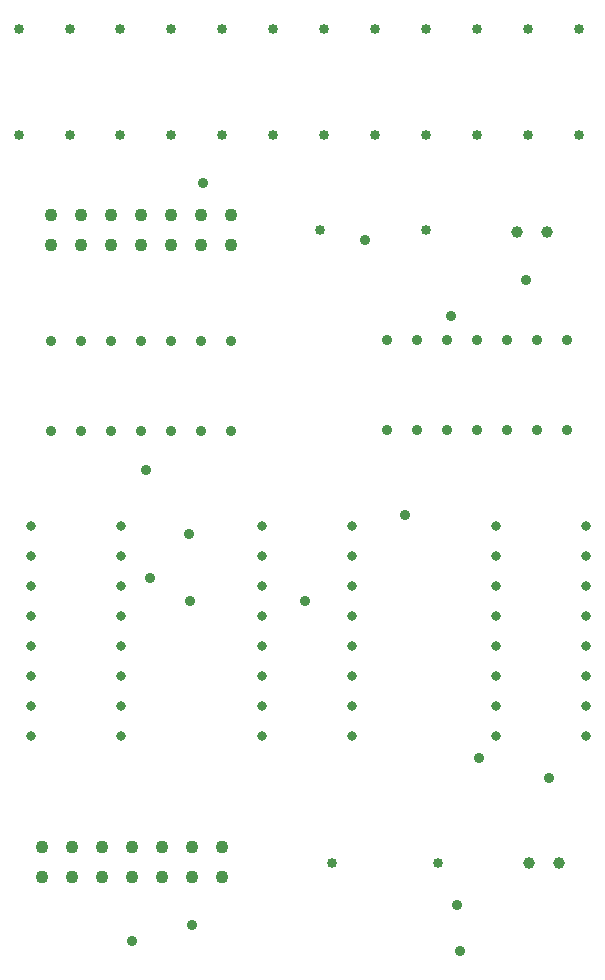
<source format=gbr>
%TF.GenerationSoftware,Altium Limited,Altium Designer,22.9.1 (49)*%
G04 Layer_Color=0*
%FSLAX26Y26*%
%MOIN*%
%TF.SameCoordinates,9A4C5482-B669-49D6-A5E7-2A43E7F29E9E*%
%TF.FilePolarity,Positive*%
%TF.FileFunction,Plated,1,2,PTH,Drill*%
%TF.Part,Single*%
G01*
G75*
%TA.AperFunction,ComponentDrill*%
%ADD43C,0.033465*%
%ADD44C,0.031496*%
%ADD45C,0.035433*%
%ADD46C,0.039370*%
%ADD47C,0.033465*%
%ADD48C,0.043307*%
%TA.AperFunction,ViaDrill,NotFilled*%
%ADD49C,0.035000*%
D43*
X3075000Y4342834D02*
D03*
Y4697166D02*
D03*
X2905000Y4342834D02*
D03*
Y4697166D02*
D03*
X2735000Y4342834D02*
D03*
Y4697166D02*
D03*
X2565000Y4342834D02*
D03*
Y4697166D02*
D03*
X2395000Y4342834D02*
D03*
Y4697166D02*
D03*
X2225000Y4342834D02*
D03*
Y4697166D02*
D03*
X2055000Y4342834D02*
D03*
Y4697166D02*
D03*
X1885000Y4342834D02*
D03*
Y4697166D02*
D03*
X1715000Y4342834D02*
D03*
Y4697166D02*
D03*
X1546592Y4342834D02*
D03*
Y4697166D02*
D03*
X1380740Y4342834D02*
D03*
Y4697166D02*
D03*
X1210808Y4342834D02*
D03*
Y4697166D02*
D03*
D44*
X1550000Y2340000D02*
D03*
Y2440000D02*
D03*
Y2540000D02*
D03*
Y2640000D02*
D03*
Y2740000D02*
D03*
Y2840000D02*
D03*
Y2940000D02*
D03*
Y3040000D02*
D03*
X1250000Y2340000D02*
D03*
Y2440000D02*
D03*
Y2540000D02*
D03*
Y2640000D02*
D03*
Y2740000D02*
D03*
Y2840000D02*
D03*
Y2940000D02*
D03*
Y3040000D02*
D03*
X2318202Y2340000D02*
D03*
Y2440000D02*
D03*
Y2540000D02*
D03*
Y2640000D02*
D03*
Y2740000D02*
D03*
Y2840000D02*
D03*
Y2940000D02*
D03*
Y3040000D02*
D03*
X2018202Y2340000D02*
D03*
Y2440000D02*
D03*
Y2540000D02*
D03*
Y2640000D02*
D03*
Y2740000D02*
D03*
Y2840000D02*
D03*
Y2940000D02*
D03*
Y3040000D02*
D03*
X3098662Y2340000D02*
D03*
Y2440000D02*
D03*
Y2540000D02*
D03*
Y2640000D02*
D03*
Y2740000D02*
D03*
Y2840000D02*
D03*
Y2940000D02*
D03*
Y3040000D02*
D03*
X2798662Y2340000D02*
D03*
Y2440000D02*
D03*
Y2540000D02*
D03*
Y2640000D02*
D03*
Y2740000D02*
D03*
Y2840000D02*
D03*
Y2940000D02*
D03*
Y3040000D02*
D03*
D45*
X2435000Y3360000D02*
D03*
X2535000D02*
D03*
X2635000D02*
D03*
X2735000D02*
D03*
X2835000D02*
D03*
X2935000D02*
D03*
X3035000D02*
D03*
X2435000Y3660000D02*
D03*
X2535000D02*
D03*
X2635000D02*
D03*
X2735000D02*
D03*
X2835000D02*
D03*
X2935000D02*
D03*
X3035000D02*
D03*
X1315000Y3355000D02*
D03*
X1415000D02*
D03*
X1515000D02*
D03*
X1615000D02*
D03*
X1715000D02*
D03*
X1815000D02*
D03*
X1915000D02*
D03*
X1315000Y3655000D02*
D03*
X1415000D02*
D03*
X1515000D02*
D03*
X1615000D02*
D03*
X1715000D02*
D03*
X1815000D02*
D03*
X1915000D02*
D03*
D46*
X3010000Y1915000D02*
D03*
X2910000D02*
D03*
X2970000Y4020000D02*
D03*
X2870000D02*
D03*
D47*
X2607166Y1915000D02*
D03*
X2252834D02*
D03*
X2567166Y4025000D02*
D03*
X2212834D02*
D03*
D48*
X1615000Y4075000D02*
D03*
Y3975000D02*
D03*
X1515000Y4075000D02*
D03*
Y3975000D02*
D03*
X1315000D02*
D03*
Y4075000D02*
D03*
X1415000Y3975000D02*
D03*
Y4075000D02*
D03*
X1715000Y3975000D02*
D03*
Y4075000D02*
D03*
X1815000Y3975000D02*
D03*
X1915000D02*
D03*
X1815000Y4075000D02*
D03*
X1915000D02*
D03*
X1585000Y1970000D02*
D03*
Y1870000D02*
D03*
X1485000Y1970000D02*
D03*
Y1870000D02*
D03*
X1285000D02*
D03*
Y1970000D02*
D03*
X1385000Y1870000D02*
D03*
Y1970000D02*
D03*
X1685000Y1870000D02*
D03*
Y1970000D02*
D03*
X1785000Y1870000D02*
D03*
X1885000D02*
D03*
X1785000Y1970000D02*
D03*
X1885000D02*
D03*
D49*
X2975000Y2200000D02*
D03*
X2743000Y2265000D02*
D03*
X2363000Y3994000D02*
D03*
X1781000Y2790000D02*
D03*
X2900000Y3860000D02*
D03*
X2162000Y2790000D02*
D03*
X1645502Y2866502D02*
D03*
X2668000Y1775000D02*
D03*
X1785000Y1710000D02*
D03*
X2679000Y1621000D02*
D03*
X2495000Y3077000D02*
D03*
X1775000Y3012000D02*
D03*
X1634000Y3226000D02*
D03*
X2650000Y3740000D02*
D03*
X1823000Y4183000D02*
D03*
X1585000Y1656000D02*
D03*
%TF.MD5,bb519c8d841656a2b91843cdeb5cabf6*%
M02*

</source>
